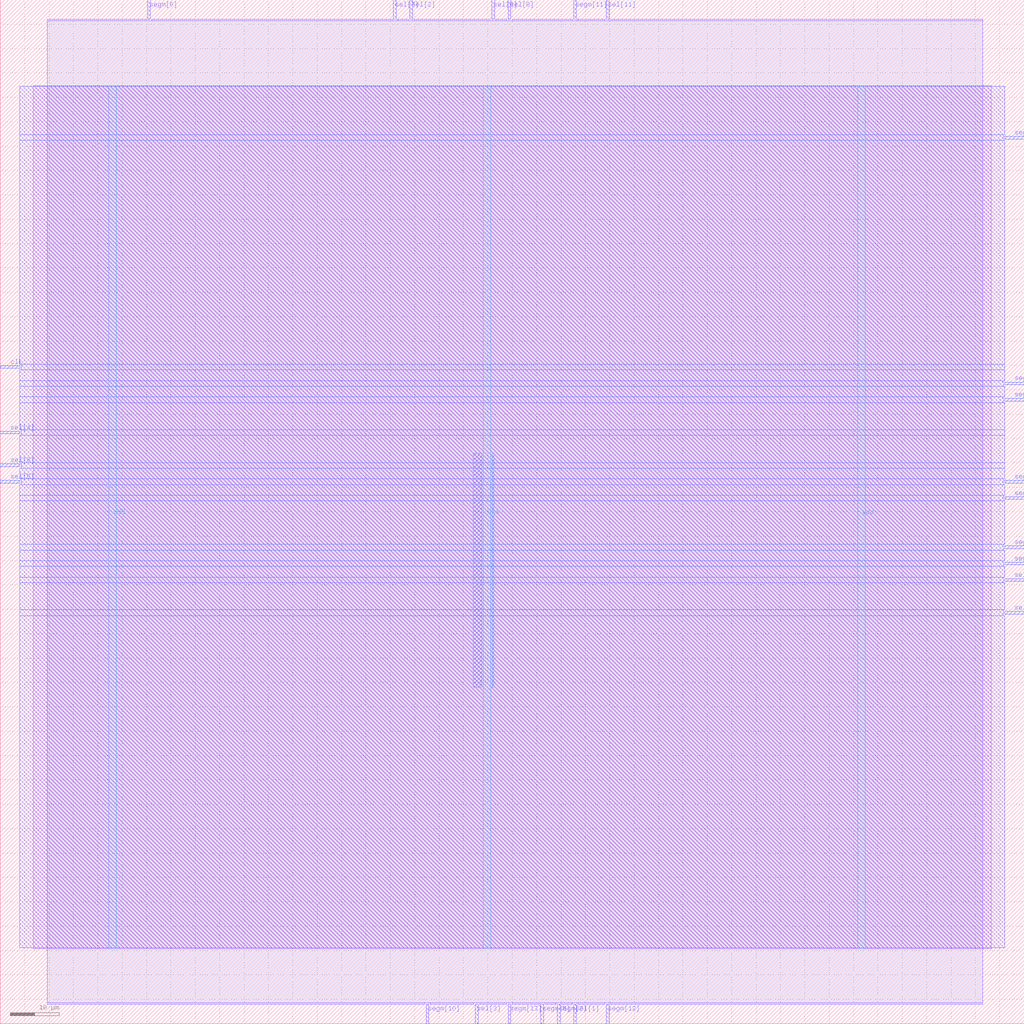
<source format=lef>
VERSION 5.7 ;
  NOWIREEXTENSIONATPIN ON ;
  DIVIDERCHAR "/" ;
  BUSBITCHARS "[]" ;
MACRO ita10
  CLASS BLOCK ;
  FOREIGN ita10 ;
  ORIGIN 0.000 0.000 ;
  SIZE 210.000 BY 210.000 ;
  PIN clk
    DIRECTION INPUT ;
    USE SIGNAL ;
    ANTENNAGATEAREA 4.738000 ;
    ANTENNADIFFAREA 0.410400 ;
    PORT
      LAYER Metal3 ;
        RECT 0.000 134.400 4.000 134.960 ;
    END
  END clk
  PIN segm[0]
    DIRECTION OUTPUT TRISTATE ;
    USE SIGNAL ;
    ANTENNADIFFAREA 0.360800 ;
    PORT
      LAYER Metal2 ;
        RECT 30.240 206.000 30.800 210.000 ;
    END
  END segm[0]
  PIN segm[10]
    DIRECTION OUTPUT TRISTATE ;
    USE SIGNAL ;
    ANTENNADIFFAREA 4.731200 ;
    PORT
      LAYER Metal2 ;
        RECT 87.360 0.000 87.920 4.000 ;
    END
  END segm[10]
  PIN segm[11]
    DIRECTION OUTPUT TRISTATE ;
    USE SIGNAL ;
    ANTENNADIFFAREA 4.731200 ;
    PORT
      LAYER Metal2 ;
        RECT 117.600 206.000 118.160 210.000 ;
    END
  END segm[11]
  PIN segm[12]
    DIRECTION OUTPUT TRISTATE ;
    USE SIGNAL ;
    ANTENNADIFFAREA 4.731200 ;
    PORT
      LAYER Metal2 ;
        RECT 124.320 0.000 124.880 4.000 ;
    END
  END segm[12]
  PIN segm[13]
    DIRECTION OUTPUT TRISTATE ;
    USE SIGNAL ;
    ANTENNADIFFAREA 4.731200 ;
    PORT
      LAYER Metal2 ;
        RECT 104.160 0.000 104.720 4.000 ;
    END
  END segm[13]
  PIN segm[1]
    DIRECTION OUTPUT TRISTATE ;
    USE SIGNAL ;
    ANTENNADIFFAREA 4.731200 ;
    PORT
      LAYER Metal3 ;
        RECT 206.000 97.440 210.000 98.000 ;
    END
  END segm[1]
  PIN segm[2]
    DIRECTION OUTPUT TRISTATE ;
    USE SIGNAL ;
    ANTENNADIFFAREA 4.731200 ;
    PORT
      LAYER Metal2 ;
        RECT 114.240 0.000 114.800 4.000 ;
    END
  END segm[2]
  PIN segm[3]
    DIRECTION OUTPUT TRISTATE ;
    USE SIGNAL ;
    ANTENNADIFFAREA 0.360800 ;
    PORT
      LAYER Metal3 ;
        RECT 206.000 181.440 210.000 182.000 ;
    END
  END segm[3]
  PIN segm[4]
    DIRECTION OUTPUT TRISTATE ;
    USE SIGNAL ;
    ANTENNADIFFAREA 4.731200 ;
    PORT
      LAYER Metal3 ;
        RECT 206.000 94.080 210.000 94.640 ;
    END
  END segm[4]
  PIN segm[5]
    DIRECTION OUTPUT TRISTATE ;
    USE SIGNAL ;
    ANTENNADIFFAREA 4.731200 ;
    PORT
      LAYER Metal2 ;
        RECT 110.880 0.000 111.440 4.000 ;
    END
  END segm[5]
  PIN segm[6]
    DIRECTION OUTPUT TRISTATE ;
    USE SIGNAL ;
    ANTENNADIFFAREA 4.731200 ;
    PORT
      LAYER Metal3 ;
        RECT 206.000 131.040 210.000 131.600 ;
    END
  END segm[6]
  PIN segm[7]
    DIRECTION OUTPUT TRISTATE ;
    USE SIGNAL ;
    ANTENNADIFFAREA 4.731200 ;
    PORT
      LAYER Metal3 ;
        RECT 206.000 127.680 210.000 128.240 ;
    END
  END segm[7]
  PIN segm[8]
    DIRECTION OUTPUT TRISTATE ;
    USE SIGNAL ;
    ANTENNADIFFAREA 4.731200 ;
    PORT
      LAYER Metal3 ;
        RECT 206.000 110.880 210.000 111.440 ;
    END
  END segm[8]
  PIN segm[9]
    DIRECTION OUTPUT TRISTATE ;
    USE SIGNAL ;
    ANTENNADIFFAREA 4.731200 ;
    PORT
      LAYER Metal3 ;
        RECT 206.000 107.520 210.000 108.080 ;
    END
  END segm[9]
  PIN sel[0]
    DIRECTION OUTPUT TRISTATE ;
    USE SIGNAL ;
    ANTENNADIFFAREA 4.731200 ;
    PORT
      LAYER Metal2 ;
        RECT 100.800 206.000 101.360 210.000 ;
    END
  END sel[0]
  PIN sel[10]
    DIRECTION OUTPUT TRISTATE ;
    USE SIGNAL ;
    ANTENNADIFFAREA 4.731200 ;
    PORT
      LAYER Metal3 ;
        RECT 206.000 90.720 210.000 91.280 ;
    END
  END sel[10]
  PIN sel[11]
    DIRECTION OUTPUT TRISTATE ;
    USE SIGNAL ;
    ANTENNADIFFAREA 4.731200 ;
    PORT
      LAYER Metal2 ;
        RECT 124.320 206.000 124.880 210.000 ;
    END
  END sel[11]
  PIN sel[1]
    DIRECTION OUTPUT TRISTATE ;
    USE SIGNAL ;
    ANTENNADIFFAREA 4.731200 ;
    PORT
      LAYER Metal2 ;
        RECT 117.600 0.000 118.160 4.000 ;
    END
  END sel[1]
  PIN sel[2]
    DIRECTION OUTPUT TRISTATE ;
    USE SIGNAL ;
    ANTENNADIFFAREA 4.731200 ;
    PORT
      LAYER Metal2 ;
        RECT 84.000 206.000 84.560 210.000 ;
    END
  END sel[2]
  PIN sel[3]
    DIRECTION OUTPUT TRISTATE ;
    USE SIGNAL ;
    ANTENNADIFFAREA 4.731200 ;
    PORT
      LAYER Metal2 ;
        RECT 97.440 0.000 98.000 4.000 ;
    END
  END sel[3]
  PIN sel[4]
    DIRECTION OUTPUT TRISTATE ;
    USE SIGNAL ;
    ANTENNADIFFAREA 4.731200 ;
    PORT
      LAYER Metal3 ;
        RECT 0.000 120.960 4.000 121.520 ;
    END
  END sel[4]
  PIN sel[5]
    DIRECTION OUTPUT TRISTATE ;
    USE SIGNAL ;
    ANTENNADIFFAREA 4.731200 ;
    PORT
      LAYER Metal3 ;
        RECT 0.000 110.880 4.000 111.440 ;
    END
  END sel[5]
  PIN sel[6]
    DIRECTION OUTPUT TRISTATE ;
    USE SIGNAL ;
    ANTENNADIFFAREA 4.731200 ;
    PORT
      LAYER Metal3 ;
        RECT 0.000 114.240 4.000 114.800 ;
    END
  END sel[6]
  PIN sel[7]
    DIRECTION OUTPUT TRISTATE ;
    USE SIGNAL ;
    ANTENNADIFFAREA 4.731200 ;
    PORT
      LAYER Metal2 ;
        RECT 80.640 206.000 81.200 210.000 ;
    END
  END sel[7]
  PIN sel[8]
    DIRECTION OUTPUT TRISTATE ;
    USE SIGNAL ;
    ANTENNADIFFAREA 4.731200 ;
    PORT
      LAYER Metal2 ;
        RECT 104.160 206.000 104.720 210.000 ;
    END
  END sel[8]
  PIN sel[9]
    DIRECTION OUTPUT TRISTATE ;
    USE SIGNAL ;
    ANTENNADIFFAREA 4.731200 ;
    PORT
      LAYER Metal3 ;
        RECT 206.000 84.000 210.000 84.560 ;
    END
  END sel[9]
  PIN vdd
    DIRECTION INOUT ;
    USE POWER ;
    PORT
      LAYER Metal4 ;
        RECT 22.240 15.380 23.840 192.380 ;
    END
    PORT
      LAYER Metal4 ;
        RECT 175.840 15.380 177.440 192.380 ;
    END
  END vdd
  PIN vss
    DIRECTION INOUT ;
    USE GROUND ;
    PORT
      LAYER Metal4 ;
        RECT 99.040 15.380 100.640 192.380 ;
    END
  END vss
  OBS
      LAYER Metal1 ;
        RECT 6.720 15.380 203.280 192.380 ;
      LAYER Metal2 ;
        RECT 9.660 205.700 29.940 206.000 ;
        RECT 31.100 205.700 80.340 206.000 ;
        RECT 81.500 205.700 83.700 206.000 ;
        RECT 84.860 205.700 100.500 206.000 ;
        RECT 101.660 205.700 103.860 206.000 ;
        RECT 105.020 205.700 117.300 206.000 ;
        RECT 118.460 205.700 124.020 206.000 ;
        RECT 125.180 205.700 201.460 206.000 ;
        RECT 9.660 4.300 201.460 205.700 ;
        RECT 9.660 4.000 87.060 4.300 ;
        RECT 88.220 4.000 97.140 4.300 ;
        RECT 98.300 4.000 103.860 4.300 ;
        RECT 105.020 4.000 110.580 4.300 ;
        RECT 111.740 4.000 113.940 4.300 ;
        RECT 115.100 4.000 117.300 4.300 ;
        RECT 118.460 4.000 124.020 4.300 ;
        RECT 125.180 4.000 201.460 4.300 ;
      LAYER Metal3 ;
        RECT 4.000 182.300 206.000 192.220 ;
        RECT 4.000 181.140 205.700 182.300 ;
        RECT 4.000 135.260 206.000 181.140 ;
        RECT 4.300 134.100 206.000 135.260 ;
        RECT 4.000 131.900 206.000 134.100 ;
        RECT 4.000 130.740 205.700 131.900 ;
        RECT 4.000 128.540 206.000 130.740 ;
        RECT 4.000 127.380 205.700 128.540 ;
        RECT 4.000 121.820 206.000 127.380 ;
        RECT 4.300 120.660 206.000 121.820 ;
        RECT 4.000 115.100 206.000 120.660 ;
        RECT 4.300 113.940 206.000 115.100 ;
        RECT 4.000 111.740 206.000 113.940 ;
        RECT 4.300 110.580 205.700 111.740 ;
        RECT 4.000 108.380 206.000 110.580 ;
        RECT 4.000 107.220 205.700 108.380 ;
        RECT 4.000 98.300 206.000 107.220 ;
        RECT 4.000 97.140 205.700 98.300 ;
        RECT 4.000 94.940 206.000 97.140 ;
        RECT 4.000 93.780 205.700 94.940 ;
        RECT 4.000 91.580 206.000 93.780 ;
        RECT 4.000 90.420 205.700 91.580 ;
        RECT 4.000 84.860 206.000 90.420 ;
        RECT 4.000 83.700 205.700 84.860 ;
        RECT 4.000 15.540 206.000 83.700 ;
      LAYER Metal4 ;
        RECT 97.020 68.970 98.740 116.950 ;
        RECT 100.940 68.970 101.220 116.950 ;
  END
END ita10
END LIBRARY


</source>
